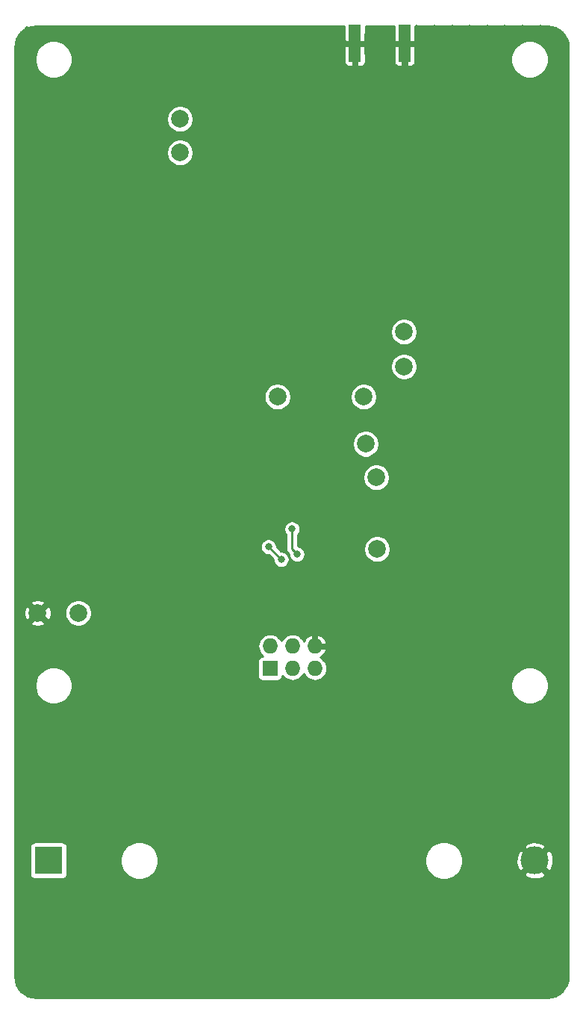
<source format=gbr>
G04 #@! TF.GenerationSoftware,KiCad,Pcbnew,5.1.4+dfsg1-2*
G04 #@! TF.CreationDate,2019-12-05T18:27:04+01:00*
G04 #@! TF.ProjectId,sensor_pcb,73656e73-6f72-45f7-9063-622e6b696361,1*
G04 #@! TF.SameCoordinates,Original*
G04 #@! TF.FileFunction,Copper,L2,Bot*
G04 #@! TF.FilePolarity,Positive*
%FSLAX46Y46*%
G04 Gerber Fmt 4.6, Leading zero omitted, Abs format (unit mm)*
G04 Created by KiCad (PCBNEW 5.1.4+dfsg1-2) date 2019-12-05 18:27:04*
%MOMM*%
%LPD*%
G04 APERTURE LIST*
%ADD10C,2.000000*%
%ADD11R,1.350000X4.200000*%
%ADD12O,1.727200X1.727200*%
%ADD13R,1.727200X1.727200*%
%ADD14C,3.170000*%
%ADD15R,3.170000X3.170000*%
%ADD16C,0.800000*%
%ADD17C,1.000000*%
%ADD18C,0.900000*%
%ADD19C,0.500000*%
%ADD20C,0.400000*%
%ADD21C,0.250000*%
%ADD22C,0.254000*%
G04 APERTURE END LIST*
D10*
X142783000Y-79463000D03*
X152562000Y-79463000D03*
X152800000Y-84800000D03*
X154000000Y-88600000D03*
X154086000Y-96735000D03*
X115600000Y-103974000D03*
X120200000Y-103974000D03*
X131734000Y-47967000D03*
X131734000Y-51777000D03*
X157134000Y-72097000D03*
X157134000Y-76034000D03*
D11*
X151565000Y-39400000D03*
X157215000Y-39400000D03*
D12*
X147037500Y-107720500D03*
X147037500Y-110260500D03*
X144497500Y-107720500D03*
X144497500Y-110260500D03*
X141957500Y-107720500D03*
D13*
X141957500Y-110260500D03*
D14*
X171985000Y-132041000D03*
D15*
X116815000Y-132041000D03*
D16*
X171993000Y-87337000D03*
X160944500Y-87336500D03*
X165896500Y-90384500D03*
X150784000Y-98005000D03*
X132623000Y-98830500D03*
X167988500Y-104930500D03*
X138973000Y-80606000D03*
X130591000Y-86829000D03*
X137576000Y-84161908D03*
X141259000Y-82892000D03*
X142402000Y-84035000D03*
D17*
X124600000Y-107127000D03*
X128432000Y-102577000D03*
X129294000Y-115631000D03*
D18*
X142310314Y-89496000D03*
X143481500Y-88404444D03*
X146466000Y-92544000D03*
D16*
X145330511Y-99021000D03*
X129575000Y-89622992D03*
D19*
X144400000Y-47700000D03*
X141900000Y-47700000D03*
X140600000Y-47700000D03*
X146900000Y-47700000D03*
X148200000Y-47700000D03*
X144400000Y-45700000D03*
X144400000Y-41700000D03*
X144400000Y-39700000D03*
X144400000Y-37700000D03*
X146400000Y-39700000D03*
X148400000Y-39700000D03*
X148400000Y-41700000D03*
X146400000Y-41700000D03*
X146400000Y-43700000D03*
X148400000Y-43700000D03*
X150400000Y-43700000D03*
X152400000Y-43700000D03*
X144400000Y-43700000D03*
X146400000Y-37700000D03*
X148400000Y-37700000D03*
X142400000Y-45700000D03*
X140400000Y-45700000D03*
X138400000Y-45700000D03*
X136400000Y-45700000D03*
X134400000Y-45700000D03*
X132400000Y-45700000D03*
X130400000Y-45700000D03*
X128400000Y-45700000D03*
X126400000Y-45700000D03*
X124400000Y-45700000D03*
X122400000Y-45700000D03*
X120400000Y-45700000D03*
X118400000Y-45700000D03*
X116400000Y-45700000D03*
X114400000Y-45700000D03*
X114400000Y-43700000D03*
X116400000Y-43700000D03*
X118400000Y-43700000D03*
X120400000Y-43700000D03*
X122400000Y-43700000D03*
X124400000Y-43700000D03*
X126400000Y-43700000D03*
X128400000Y-43700000D03*
X130400000Y-43700000D03*
X132400000Y-43700000D03*
X134400000Y-43700000D03*
X136400000Y-43700000D03*
X138400000Y-43700000D03*
X140400000Y-43700000D03*
X142400000Y-43700000D03*
X142400000Y-41700000D03*
X140400000Y-41700000D03*
X138400000Y-41700000D03*
X136400000Y-41700000D03*
X134400000Y-41700000D03*
X132400000Y-41700000D03*
X130400000Y-41700000D03*
X128400000Y-41700000D03*
X126400000Y-41700000D03*
X124400000Y-41700000D03*
X122400000Y-41700000D03*
X120400000Y-41700000D03*
X114400000Y-41700000D03*
X114400000Y-39700000D03*
X120400000Y-39700000D03*
X122400000Y-39700000D03*
X124400000Y-39700000D03*
X126400000Y-39700000D03*
X128400000Y-39700000D03*
X130400000Y-39700000D03*
X132400000Y-39700000D03*
X134400000Y-39700000D03*
X136400000Y-39700000D03*
X138400000Y-39700000D03*
X140400000Y-39700000D03*
X142400000Y-39700000D03*
X142400000Y-37700000D03*
X140400000Y-37700000D03*
X138400000Y-37700000D03*
X136400000Y-37700000D03*
X134400000Y-37700000D03*
X132400000Y-37700000D03*
X130400000Y-37700000D03*
X128400000Y-37700000D03*
X126400000Y-37700000D03*
X124400000Y-37700000D03*
X122400000Y-37700000D03*
X120400000Y-37700000D03*
X118400000Y-37700000D03*
X116400000Y-37700000D03*
X114400000Y-37700000D03*
X138400000Y-47700000D03*
X136400000Y-47700000D03*
X134400000Y-47700000D03*
X128400000Y-47700000D03*
X126400000Y-47700000D03*
X124400000Y-47700000D03*
X122400000Y-47700000D03*
X120400000Y-47700000D03*
X118400000Y-47700000D03*
X116400000Y-47700000D03*
X114400000Y-47700000D03*
X138400000Y-49100000D03*
X136400000Y-49100000D03*
X134400000Y-49100000D03*
X132400000Y-49700000D03*
X130400000Y-49700000D03*
X128400000Y-49700000D03*
X126400000Y-49700000D03*
X124400000Y-49700000D03*
X122400000Y-49700000D03*
X120400000Y-49700000D03*
X118400000Y-49700000D03*
X116400000Y-49700000D03*
X114400000Y-49700000D03*
X140600000Y-50800000D03*
X138400000Y-50800000D03*
X138400000Y-52800000D03*
X140600000Y-52800000D03*
X142600000Y-50800000D03*
X142600000Y-52800000D03*
X144600000Y-52800000D03*
X144600000Y-50800000D03*
X146600000Y-50800000D03*
X146600000Y-52800000D03*
X148600000Y-52800000D03*
X148600000Y-50800000D03*
X150600000Y-50800000D03*
X150600000Y-52800000D03*
X150600000Y-49100000D03*
X150600000Y-47100000D03*
X152600000Y-47100000D03*
X152600000Y-49100000D03*
X128400000Y-51700000D03*
X126400000Y-51700000D03*
X124400000Y-51700000D03*
X122400000Y-51700000D03*
X120400000Y-51700000D03*
X118400000Y-51700000D03*
X116400000Y-51700000D03*
X114400000Y-51700000D03*
X138400000Y-54800000D03*
X138400000Y-56800000D03*
X140600000Y-54800000D03*
X140600000Y-56800000D03*
X142600000Y-56800000D03*
X142600000Y-54800000D03*
X144600000Y-54800000D03*
X144600000Y-56800000D03*
X146600000Y-56800000D03*
X146600000Y-54800000D03*
X148600000Y-54800000D03*
X148600000Y-56800000D03*
X150600000Y-56800000D03*
X150600000Y-54800000D03*
X154600000Y-49100000D03*
X154600000Y-47100000D03*
X156600000Y-47100000D03*
X158600000Y-47100000D03*
X160600000Y-47100000D03*
X162600000Y-47100000D03*
X162600000Y-49100000D03*
X160600000Y-49100000D03*
X158600000Y-49100000D03*
X156600000Y-49100000D03*
X156600000Y-51100000D03*
X158600000Y-51100000D03*
X160600000Y-51100000D03*
X162600000Y-51100000D03*
X164600000Y-51100000D03*
X166600000Y-51100000D03*
X168600000Y-51100000D03*
X170600000Y-51100000D03*
X172600000Y-51100000D03*
X174600000Y-51100000D03*
X174600000Y-49100000D03*
X172600000Y-49100000D03*
X170600000Y-49100000D03*
X168600000Y-49100000D03*
X166600000Y-49100000D03*
X164600000Y-49100000D03*
X164600000Y-47100000D03*
X166600000Y-47100000D03*
X168600000Y-47100000D03*
X170600000Y-47100000D03*
X172600000Y-47100000D03*
X174600000Y-47100000D03*
X174600000Y-45100000D03*
X172600000Y-45100000D03*
X170600000Y-45100000D03*
X168600000Y-45100000D03*
X166600000Y-45100000D03*
X164600000Y-45100000D03*
X162600000Y-45100000D03*
X160600000Y-45100000D03*
X158600000Y-45100000D03*
X156600000Y-45100000D03*
X154800000Y-45100000D03*
X156600000Y-43100000D03*
X158600000Y-43100000D03*
X160600000Y-43100000D03*
X162600000Y-43100000D03*
X164600000Y-43100000D03*
X166600000Y-43100000D03*
X168600000Y-43100000D03*
X170600000Y-43400000D03*
X172600000Y-43100000D03*
X174600000Y-43100000D03*
X174600000Y-41100000D03*
X174600000Y-39100000D03*
X168600000Y-41100000D03*
X166600000Y-41100000D03*
X164600000Y-41100000D03*
X162600000Y-41100000D03*
X160600000Y-41100000D03*
X158600000Y-41100000D03*
X158600000Y-39100000D03*
X158600000Y-37500000D03*
X160600000Y-39100000D03*
X160600000Y-37500000D03*
X162600000Y-37500000D03*
X164600000Y-37500000D03*
X166600000Y-37500000D03*
X168600000Y-37500000D03*
X170600000Y-37500000D03*
X172600000Y-37500000D03*
X168600000Y-39100000D03*
X166600000Y-39100000D03*
X164600000Y-39100000D03*
X162600000Y-39100000D03*
X170600000Y-38900000D03*
X172600000Y-38900000D03*
X174600000Y-53100000D03*
X174600000Y-55100000D03*
X174600000Y-57100000D03*
X174600000Y-59100000D03*
X174600000Y-61100000D03*
X174600000Y-63100000D03*
X174600000Y-65100000D03*
X174600000Y-67100000D03*
X174600000Y-69100000D03*
X174600000Y-71100000D03*
X174600000Y-73100000D03*
X174600000Y-75100000D03*
X174600000Y-77100000D03*
X172600000Y-77100000D03*
X170600000Y-77100000D03*
X168600000Y-77100000D03*
X166600000Y-77100000D03*
X164600000Y-77100000D03*
X162600000Y-77100000D03*
X160600000Y-77100000D03*
X158600000Y-77100000D03*
X154600000Y-77100000D03*
X152600000Y-77100000D03*
X150600000Y-77100000D03*
X114400000Y-53700000D03*
X114400000Y-55700000D03*
X114400000Y-57700000D03*
X114400000Y-59700000D03*
X114400000Y-61700000D03*
X114400000Y-63700000D03*
X114400000Y-65700000D03*
X114400000Y-67700000D03*
X114400000Y-69700000D03*
X114400000Y-71700000D03*
X114400000Y-73700000D03*
X114400000Y-75700000D03*
X145300000Y-77100000D03*
X141300000Y-77100000D03*
X143300000Y-77100000D03*
X139200000Y-77100000D03*
X137200000Y-77100000D03*
X135200000Y-77100000D03*
X133200000Y-77100000D03*
X130400000Y-77100000D03*
X128400000Y-77100000D03*
X126400000Y-77100000D03*
X124400000Y-77100000D03*
X122400000Y-77100000D03*
X120400000Y-77100000D03*
X118400000Y-77100000D03*
X116400000Y-77100000D03*
X114400000Y-77100000D03*
D16*
X144434000Y-94449000D03*
X145005500Y-97306500D03*
X141767000Y-96481000D03*
X143208155Y-97893111D03*
D20*
X145005500Y-97306500D02*
X145068980Y-97369980D01*
D21*
X144434000Y-96735000D02*
X145005500Y-97306500D01*
X144434000Y-94449000D02*
X144434000Y-96735000D01*
X143179111Y-97893111D02*
X143208155Y-97893111D01*
X141767000Y-96481000D02*
X143179111Y-97893111D01*
D22*
G36*
X150363000Y-39045250D02*
G01*
X150494750Y-39177000D01*
X151342000Y-39177000D01*
X151342000Y-39157000D01*
X151788000Y-39157000D01*
X151788000Y-39177000D01*
X152635250Y-39177000D01*
X152767000Y-39045250D01*
X152769364Y-37427000D01*
X156010636Y-37427000D01*
X156013000Y-39045250D01*
X156144750Y-39177000D01*
X156992000Y-39177000D01*
X156992000Y-39157000D01*
X157438000Y-39157000D01*
X157438000Y-39177000D01*
X158285250Y-39177000D01*
X158417000Y-39045250D01*
X158419364Y-37427000D01*
X173369330Y-37427000D01*
X173860333Y-37475143D01*
X174303135Y-37608832D01*
X174711535Y-37825983D01*
X175069977Y-38118320D01*
X175364814Y-38474717D01*
X175584810Y-38881592D01*
X175721587Y-39323447D01*
X175773001Y-39812617D01*
X175773000Y-145169330D01*
X175724856Y-145660339D01*
X175591168Y-146103135D01*
X175374020Y-146511532D01*
X175081678Y-146869978D01*
X174725283Y-147164814D01*
X174318407Y-147384810D01*
X173876554Y-147521587D01*
X173387392Y-147573000D01*
X115430670Y-147573000D01*
X114939661Y-147524856D01*
X114496865Y-147391168D01*
X114088468Y-147174020D01*
X113730022Y-146881678D01*
X113435186Y-146525283D01*
X113215190Y-146118407D01*
X113078413Y-145676554D01*
X113027000Y-145187392D01*
X113027000Y-130456000D01*
X114700451Y-130456000D01*
X114700451Y-133626000D01*
X114710626Y-133729310D01*
X114740761Y-133828650D01*
X114789696Y-133920202D01*
X114855552Y-134000448D01*
X114935798Y-134066304D01*
X115027350Y-134115239D01*
X115126690Y-134145374D01*
X115230000Y-134155549D01*
X118400000Y-134155549D01*
X118503310Y-134145374D01*
X118602650Y-134115239D01*
X118694202Y-134066304D01*
X118774448Y-134000448D01*
X118840304Y-133920202D01*
X118889239Y-133828650D01*
X118919374Y-133729310D01*
X118929549Y-133626000D01*
X118929549Y-131826584D01*
X124953000Y-131826584D01*
X124953000Y-132255416D01*
X125036660Y-132676008D01*
X125200767Y-133072196D01*
X125439013Y-133428757D01*
X125742243Y-133731987D01*
X126098804Y-133970233D01*
X126494992Y-134134340D01*
X126915584Y-134218000D01*
X127344416Y-134218000D01*
X127765008Y-134134340D01*
X128161196Y-133970233D01*
X128517757Y-133731987D01*
X128820987Y-133428757D01*
X129059233Y-133072196D01*
X129223340Y-132676008D01*
X129307000Y-132255416D01*
X129307000Y-131826584D01*
X159493000Y-131826584D01*
X159493000Y-132255416D01*
X159576660Y-132676008D01*
X159740767Y-133072196D01*
X159979013Y-133428757D01*
X160282243Y-133731987D01*
X160638804Y-133970233D01*
X161034992Y-134134340D01*
X161455584Y-134218000D01*
X161884416Y-134218000D01*
X162305008Y-134134340D01*
X162701196Y-133970233D01*
X163057757Y-133731987D01*
X163192446Y-133597298D01*
X170744071Y-133597298D01*
X170924908Y-133879483D01*
X171303947Y-134050971D01*
X171709159Y-134145217D01*
X172124971Y-134158599D01*
X172535405Y-134090603D01*
X172924687Y-133943841D01*
X173045092Y-133879483D01*
X173225929Y-133597298D01*
X171985000Y-132356370D01*
X170744071Y-133597298D01*
X163192446Y-133597298D01*
X163360987Y-133428757D01*
X163599233Y-133072196D01*
X163763340Y-132676008D01*
X163847000Y-132255416D01*
X163847000Y-132180971D01*
X169867401Y-132180971D01*
X169935397Y-132591405D01*
X170082159Y-132980687D01*
X170146517Y-133101092D01*
X170428702Y-133281929D01*
X171669630Y-132041000D01*
X172300370Y-132041000D01*
X173541298Y-133281929D01*
X173823483Y-133101092D01*
X173994971Y-132722053D01*
X174089217Y-132316841D01*
X174102599Y-131901029D01*
X174034603Y-131490595D01*
X173887841Y-131101313D01*
X173823483Y-130980908D01*
X173541298Y-130800071D01*
X172300370Y-132041000D01*
X171669630Y-132041000D01*
X170428702Y-130800071D01*
X170146517Y-130980908D01*
X169975029Y-131359947D01*
X169880783Y-131765159D01*
X169867401Y-132180971D01*
X163847000Y-132180971D01*
X163847000Y-131826584D01*
X163763340Y-131405992D01*
X163599233Y-131009804D01*
X163360987Y-130653243D01*
X163192446Y-130484702D01*
X170744071Y-130484702D01*
X171985000Y-131725630D01*
X173225929Y-130484702D01*
X173045092Y-130202517D01*
X172666053Y-130031029D01*
X172260841Y-129936783D01*
X171845029Y-129923401D01*
X171434595Y-129991397D01*
X171045313Y-130138159D01*
X170924908Y-130202517D01*
X170744071Y-130484702D01*
X163192446Y-130484702D01*
X163057757Y-130350013D01*
X162701196Y-130111767D01*
X162305008Y-129947660D01*
X161884416Y-129864000D01*
X161455584Y-129864000D01*
X161034992Y-129947660D01*
X160638804Y-130111767D01*
X160282243Y-130350013D01*
X159979013Y-130653243D01*
X159740767Y-131009804D01*
X159576660Y-131405992D01*
X159493000Y-131826584D01*
X129307000Y-131826584D01*
X129223340Y-131405992D01*
X129059233Y-131009804D01*
X128820987Y-130653243D01*
X128517757Y-130350013D01*
X128161196Y-130111767D01*
X127765008Y-129947660D01*
X127344416Y-129864000D01*
X126915584Y-129864000D01*
X126494992Y-129947660D01*
X126098804Y-130111767D01*
X125742243Y-130350013D01*
X125439013Y-130653243D01*
X125200767Y-131009804D01*
X125036660Y-131405992D01*
X124953000Y-131826584D01*
X118929549Y-131826584D01*
X118929549Y-130456000D01*
X118919374Y-130352690D01*
X118889239Y-130253350D01*
X118840304Y-130161798D01*
X118774448Y-130081552D01*
X118694202Y-130015696D01*
X118602650Y-129966761D01*
X118503310Y-129936626D01*
X118400000Y-129926451D01*
X115230000Y-129926451D01*
X115126690Y-129936626D01*
X115027350Y-129966761D01*
X114935798Y-130015696D01*
X114855552Y-130081552D01*
X114789696Y-130161798D01*
X114740761Y-130253350D01*
X114710626Y-130352690D01*
X114700451Y-130456000D01*
X113027000Y-130456000D01*
X113027000Y-111990509D01*
X115273000Y-111990509D01*
X115273000Y-112409491D01*
X115354739Y-112820423D01*
X115515077Y-113207512D01*
X115747851Y-113555884D01*
X116044116Y-113852149D01*
X116392488Y-114084923D01*
X116779577Y-114245261D01*
X117190509Y-114327000D01*
X117609491Y-114327000D01*
X118020423Y-114245261D01*
X118407512Y-114084923D01*
X118755884Y-113852149D01*
X119052149Y-113555884D01*
X119284923Y-113207512D01*
X119445261Y-112820423D01*
X119527000Y-112409491D01*
X119527000Y-111990509D01*
X169273000Y-111990509D01*
X169273000Y-112409491D01*
X169354739Y-112820423D01*
X169515077Y-113207512D01*
X169747851Y-113555884D01*
X170044116Y-113852149D01*
X170392488Y-114084923D01*
X170779577Y-114245261D01*
X171190509Y-114327000D01*
X171609491Y-114327000D01*
X172020423Y-114245261D01*
X172407512Y-114084923D01*
X172755884Y-113852149D01*
X173052149Y-113555884D01*
X173284923Y-113207512D01*
X173445261Y-112820423D01*
X173527000Y-112409491D01*
X173527000Y-111990509D01*
X173445261Y-111579577D01*
X173284923Y-111192488D01*
X173052149Y-110844116D01*
X172755884Y-110547851D01*
X172407512Y-110315077D01*
X172020423Y-110154739D01*
X171609491Y-110073000D01*
X171190509Y-110073000D01*
X170779577Y-110154739D01*
X170392488Y-110315077D01*
X170044116Y-110547851D01*
X169747851Y-110844116D01*
X169515077Y-111192488D01*
X169354739Y-111579577D01*
X169273000Y-111990509D01*
X119527000Y-111990509D01*
X119445261Y-111579577D01*
X119284923Y-111192488D01*
X119052149Y-110844116D01*
X118755884Y-110547851D01*
X118407512Y-110315077D01*
X118020423Y-110154739D01*
X117609491Y-110073000D01*
X117190509Y-110073000D01*
X116779577Y-110154739D01*
X116392488Y-110315077D01*
X116044116Y-110547851D01*
X115747851Y-110844116D01*
X115515077Y-111192488D01*
X115354739Y-111579577D01*
X115273000Y-111990509D01*
X113027000Y-111990509D01*
X113027000Y-107720500D01*
X140560172Y-107720500D01*
X140587021Y-107993105D01*
X140666537Y-108255234D01*
X140795664Y-108496814D01*
X140969440Y-108708560D01*
X141162927Y-108867351D01*
X141093900Y-108867351D01*
X140990590Y-108877526D01*
X140891250Y-108907661D01*
X140799698Y-108956596D01*
X140719452Y-109022452D01*
X140653596Y-109102698D01*
X140604661Y-109194250D01*
X140574526Y-109293590D01*
X140564351Y-109396900D01*
X140564351Y-111124100D01*
X140574526Y-111227410D01*
X140604661Y-111326750D01*
X140653596Y-111418302D01*
X140719452Y-111498548D01*
X140799698Y-111564404D01*
X140891250Y-111613339D01*
X140990590Y-111643474D01*
X141093900Y-111653649D01*
X142821100Y-111653649D01*
X142924410Y-111643474D01*
X143023750Y-111613339D01*
X143115302Y-111564404D01*
X143195548Y-111498548D01*
X143261404Y-111418302D01*
X143310339Y-111326750D01*
X143340474Y-111227410D01*
X143350649Y-111124100D01*
X143350649Y-111055073D01*
X143509440Y-111248560D01*
X143721186Y-111422336D01*
X143962766Y-111551463D01*
X144224895Y-111630979D01*
X144429189Y-111651100D01*
X144565811Y-111651100D01*
X144770105Y-111630979D01*
X145032234Y-111551463D01*
X145273814Y-111422336D01*
X145485560Y-111248560D01*
X145659336Y-111036814D01*
X145767500Y-110834453D01*
X145875664Y-111036814D01*
X146049440Y-111248560D01*
X146261186Y-111422336D01*
X146502766Y-111551463D01*
X146764895Y-111630979D01*
X146969189Y-111651100D01*
X147105811Y-111651100D01*
X147310105Y-111630979D01*
X147572234Y-111551463D01*
X147813814Y-111422336D01*
X148025560Y-111248560D01*
X148199336Y-111036814D01*
X148328463Y-110795234D01*
X148407979Y-110533105D01*
X148434828Y-110260500D01*
X148407979Y-109987895D01*
X148328463Y-109725766D01*
X148199336Y-109484186D01*
X148025560Y-109272440D01*
X147813814Y-109098664D01*
X147604349Y-108986703D01*
X147663890Y-108962043D01*
X147894067Y-108815984D01*
X148091327Y-108627827D01*
X148248089Y-108404801D01*
X148358328Y-108155478D01*
X148278362Y-107943500D01*
X147260500Y-107943500D01*
X147260500Y-107963500D01*
X146814500Y-107963500D01*
X146814500Y-107943500D01*
X146794500Y-107943500D01*
X146794500Y-107497500D01*
X146814500Y-107497500D01*
X146814500Y-106481559D01*
X147260500Y-106481559D01*
X147260500Y-107497500D01*
X148278362Y-107497500D01*
X148358328Y-107285522D01*
X148248089Y-107036199D01*
X148091327Y-106813173D01*
X147894067Y-106625016D01*
X147663890Y-106478957D01*
X147472477Y-106399681D01*
X147260500Y-106481559D01*
X146814500Y-106481559D01*
X146602523Y-106399681D01*
X146411110Y-106478957D01*
X146180933Y-106625016D01*
X145983673Y-106813173D01*
X145826911Y-107036199D01*
X145773312Y-107157421D01*
X145659336Y-106944186D01*
X145485560Y-106732440D01*
X145273814Y-106558664D01*
X145032234Y-106429537D01*
X144770105Y-106350021D01*
X144565811Y-106329900D01*
X144429189Y-106329900D01*
X144224895Y-106350021D01*
X143962766Y-106429537D01*
X143721186Y-106558664D01*
X143509440Y-106732440D01*
X143335664Y-106944186D01*
X143227500Y-107146547D01*
X143119336Y-106944186D01*
X142945560Y-106732440D01*
X142733814Y-106558664D01*
X142492234Y-106429537D01*
X142230105Y-106350021D01*
X142025811Y-106329900D01*
X141889189Y-106329900D01*
X141684895Y-106350021D01*
X141422766Y-106429537D01*
X141181186Y-106558664D01*
X140969440Y-106732440D01*
X140795664Y-106944186D01*
X140666537Y-107185766D01*
X140587021Y-107447895D01*
X140560172Y-107720500D01*
X113027000Y-107720500D01*
X113027000Y-105110886D01*
X114778484Y-105110886D01*
X114888095Y-105333243D01*
X115166949Y-105446012D01*
X115462445Y-105502212D01*
X115763227Y-105499683D01*
X116057736Y-105438524D01*
X116311905Y-105333243D01*
X116421516Y-105110886D01*
X115600000Y-104289370D01*
X114778484Y-105110886D01*
X113027000Y-105110886D01*
X113027000Y-103836445D01*
X114071788Y-103836445D01*
X114074317Y-104137227D01*
X114135476Y-104431736D01*
X114240757Y-104685905D01*
X114463114Y-104795516D01*
X115284630Y-103974000D01*
X115915370Y-103974000D01*
X116736886Y-104795516D01*
X116959243Y-104685905D01*
X117072012Y-104407051D01*
X117128212Y-104111555D01*
X117125791Y-103823604D01*
X118673000Y-103823604D01*
X118673000Y-104124396D01*
X118731681Y-104419410D01*
X118846790Y-104697306D01*
X119013901Y-104947406D01*
X119226594Y-105160099D01*
X119476694Y-105327210D01*
X119754590Y-105442319D01*
X120049604Y-105501000D01*
X120350396Y-105501000D01*
X120645410Y-105442319D01*
X120923306Y-105327210D01*
X121173406Y-105160099D01*
X121386099Y-104947406D01*
X121553210Y-104697306D01*
X121668319Y-104419410D01*
X121727000Y-104124396D01*
X121727000Y-103823604D01*
X121668319Y-103528590D01*
X121553210Y-103250694D01*
X121386099Y-103000594D01*
X121173406Y-102787901D01*
X120923306Y-102620790D01*
X120645410Y-102505681D01*
X120350396Y-102447000D01*
X120049604Y-102447000D01*
X119754590Y-102505681D01*
X119476694Y-102620790D01*
X119226594Y-102787901D01*
X119013901Y-103000594D01*
X118846790Y-103250694D01*
X118731681Y-103528590D01*
X118673000Y-103823604D01*
X117125791Y-103823604D01*
X117125683Y-103810773D01*
X117064524Y-103516264D01*
X116959243Y-103262095D01*
X116736886Y-103152484D01*
X115915370Y-103974000D01*
X115284630Y-103974000D01*
X114463114Y-103152484D01*
X114240757Y-103262095D01*
X114127988Y-103540949D01*
X114071788Y-103836445D01*
X113027000Y-103836445D01*
X113027000Y-102837114D01*
X114778484Y-102837114D01*
X115600000Y-103658630D01*
X116421516Y-102837114D01*
X116311905Y-102614757D01*
X116033051Y-102501988D01*
X115737555Y-102445788D01*
X115436773Y-102448317D01*
X115142264Y-102509476D01*
X114888095Y-102614757D01*
X114778484Y-102837114D01*
X113027000Y-102837114D01*
X113027000Y-96389699D01*
X140840000Y-96389699D01*
X140840000Y-96572301D01*
X140875624Y-96751396D01*
X140945504Y-96920099D01*
X141046952Y-97071928D01*
X141176072Y-97201048D01*
X141327901Y-97302496D01*
X141496604Y-97372376D01*
X141675699Y-97408000D01*
X141771934Y-97408000D01*
X142281155Y-97917222D01*
X142281155Y-97984412D01*
X142316779Y-98163507D01*
X142386659Y-98332210D01*
X142488107Y-98484039D01*
X142617227Y-98613159D01*
X142769056Y-98714607D01*
X142937759Y-98784487D01*
X143116854Y-98820111D01*
X143299456Y-98820111D01*
X143478551Y-98784487D01*
X143647254Y-98714607D01*
X143799083Y-98613159D01*
X143928203Y-98484039D01*
X144029651Y-98332210D01*
X144099531Y-98163507D01*
X144135155Y-97984412D01*
X144135155Y-97801810D01*
X144099531Y-97622715D01*
X144029651Y-97454012D01*
X143928203Y-97302183D01*
X143799083Y-97173063D01*
X143647254Y-97071615D01*
X143478551Y-97001735D01*
X143299456Y-96966111D01*
X143174178Y-96966111D01*
X142694000Y-96485934D01*
X142694000Y-96389699D01*
X142658376Y-96210604D01*
X142588496Y-96041901D01*
X142487048Y-95890072D01*
X142357928Y-95760952D01*
X142206099Y-95659504D01*
X142037396Y-95589624D01*
X141858301Y-95554000D01*
X141675699Y-95554000D01*
X141496604Y-95589624D01*
X141327901Y-95659504D01*
X141176072Y-95760952D01*
X141046952Y-95890072D01*
X140945504Y-96041901D01*
X140875624Y-96210604D01*
X140840000Y-96389699D01*
X113027000Y-96389699D01*
X113027000Y-94357699D01*
X143507000Y-94357699D01*
X143507000Y-94540301D01*
X143542624Y-94719396D01*
X143612504Y-94888099D01*
X143713952Y-95039928D01*
X143782000Y-95107976D01*
X143782001Y-96702968D01*
X143778846Y-96735000D01*
X143791435Y-96862814D01*
X143828717Y-96985716D01*
X143850754Y-97026944D01*
X143889260Y-97098984D01*
X143970737Y-97198264D01*
X143995614Y-97218680D01*
X144078500Y-97301566D01*
X144078500Y-97397801D01*
X144114124Y-97576896D01*
X144184004Y-97745599D01*
X144285452Y-97897428D01*
X144414572Y-98026548D01*
X144566401Y-98127996D01*
X144735104Y-98197876D01*
X144914199Y-98233500D01*
X145096801Y-98233500D01*
X145275896Y-98197876D01*
X145444599Y-98127996D01*
X145596428Y-98026548D01*
X145725548Y-97897428D01*
X145826996Y-97745599D01*
X145896876Y-97576896D01*
X145932500Y-97397801D01*
X145932500Y-97215199D01*
X145896876Y-97036104D01*
X145826996Y-96867401D01*
X145725548Y-96715572D01*
X145596428Y-96586452D01*
X145593663Y-96584604D01*
X152559000Y-96584604D01*
X152559000Y-96885396D01*
X152617681Y-97180410D01*
X152732790Y-97458306D01*
X152899901Y-97708406D01*
X153112594Y-97921099D01*
X153362694Y-98088210D01*
X153640590Y-98203319D01*
X153935604Y-98262000D01*
X154236396Y-98262000D01*
X154531410Y-98203319D01*
X154809306Y-98088210D01*
X155059406Y-97921099D01*
X155272099Y-97708406D01*
X155439210Y-97458306D01*
X155554319Y-97180410D01*
X155613000Y-96885396D01*
X155613000Y-96584604D01*
X155554319Y-96289590D01*
X155439210Y-96011694D01*
X155272099Y-95761594D01*
X155059406Y-95548901D01*
X154809306Y-95381790D01*
X154531410Y-95266681D01*
X154236396Y-95208000D01*
X153935604Y-95208000D01*
X153640590Y-95266681D01*
X153362694Y-95381790D01*
X153112594Y-95548901D01*
X152899901Y-95761594D01*
X152732790Y-96011694D01*
X152617681Y-96289590D01*
X152559000Y-96584604D01*
X145593663Y-96584604D01*
X145444599Y-96485004D01*
X145275896Y-96415124D01*
X145096801Y-96379500D01*
X145086000Y-96379500D01*
X145086000Y-95107976D01*
X145154048Y-95039928D01*
X145255496Y-94888099D01*
X145325376Y-94719396D01*
X145361000Y-94540301D01*
X145361000Y-94357699D01*
X145325376Y-94178604D01*
X145255496Y-94009901D01*
X145154048Y-93858072D01*
X145024928Y-93728952D01*
X144873099Y-93627504D01*
X144704396Y-93557624D01*
X144525301Y-93522000D01*
X144342699Y-93522000D01*
X144163604Y-93557624D01*
X143994901Y-93627504D01*
X143843072Y-93728952D01*
X143713952Y-93858072D01*
X143612504Y-94009901D01*
X143542624Y-94178604D01*
X143507000Y-94357699D01*
X113027000Y-94357699D01*
X113027000Y-88449604D01*
X152473000Y-88449604D01*
X152473000Y-88750396D01*
X152531681Y-89045410D01*
X152646790Y-89323306D01*
X152813901Y-89573406D01*
X153026594Y-89786099D01*
X153276694Y-89953210D01*
X153554590Y-90068319D01*
X153849604Y-90127000D01*
X154150396Y-90127000D01*
X154445410Y-90068319D01*
X154723306Y-89953210D01*
X154973406Y-89786099D01*
X155186099Y-89573406D01*
X155353210Y-89323306D01*
X155468319Y-89045410D01*
X155527000Y-88750396D01*
X155527000Y-88449604D01*
X155468319Y-88154590D01*
X155353210Y-87876694D01*
X155186099Y-87626594D01*
X154973406Y-87413901D01*
X154723306Y-87246790D01*
X154445410Y-87131681D01*
X154150396Y-87073000D01*
X153849604Y-87073000D01*
X153554590Y-87131681D01*
X153276694Y-87246790D01*
X153026594Y-87413901D01*
X152813901Y-87626594D01*
X152646790Y-87876694D01*
X152531681Y-88154590D01*
X152473000Y-88449604D01*
X113027000Y-88449604D01*
X113027000Y-84649604D01*
X151273000Y-84649604D01*
X151273000Y-84950396D01*
X151331681Y-85245410D01*
X151446790Y-85523306D01*
X151613901Y-85773406D01*
X151826594Y-85986099D01*
X152076694Y-86153210D01*
X152354590Y-86268319D01*
X152649604Y-86327000D01*
X152950396Y-86327000D01*
X153245410Y-86268319D01*
X153523306Y-86153210D01*
X153773406Y-85986099D01*
X153986099Y-85773406D01*
X154153210Y-85523306D01*
X154268319Y-85245410D01*
X154327000Y-84950396D01*
X154327000Y-84649604D01*
X154268319Y-84354590D01*
X154153210Y-84076694D01*
X153986099Y-83826594D01*
X153773406Y-83613901D01*
X153523306Y-83446790D01*
X153245410Y-83331681D01*
X152950396Y-83273000D01*
X152649604Y-83273000D01*
X152354590Y-83331681D01*
X152076694Y-83446790D01*
X151826594Y-83613901D01*
X151613901Y-83826594D01*
X151446790Y-84076694D01*
X151331681Y-84354590D01*
X151273000Y-84649604D01*
X113027000Y-84649604D01*
X113027000Y-79312604D01*
X141256000Y-79312604D01*
X141256000Y-79613396D01*
X141314681Y-79908410D01*
X141429790Y-80186306D01*
X141596901Y-80436406D01*
X141809594Y-80649099D01*
X142059694Y-80816210D01*
X142337590Y-80931319D01*
X142632604Y-80990000D01*
X142933396Y-80990000D01*
X143228410Y-80931319D01*
X143506306Y-80816210D01*
X143756406Y-80649099D01*
X143969099Y-80436406D01*
X144136210Y-80186306D01*
X144251319Y-79908410D01*
X144310000Y-79613396D01*
X144310000Y-79312604D01*
X151035000Y-79312604D01*
X151035000Y-79613396D01*
X151093681Y-79908410D01*
X151208790Y-80186306D01*
X151375901Y-80436406D01*
X151588594Y-80649099D01*
X151838694Y-80816210D01*
X152116590Y-80931319D01*
X152411604Y-80990000D01*
X152712396Y-80990000D01*
X153007410Y-80931319D01*
X153285306Y-80816210D01*
X153535406Y-80649099D01*
X153748099Y-80436406D01*
X153915210Y-80186306D01*
X154030319Y-79908410D01*
X154089000Y-79613396D01*
X154089000Y-79312604D01*
X154030319Y-79017590D01*
X153915210Y-78739694D01*
X153748099Y-78489594D01*
X153535406Y-78276901D01*
X153285306Y-78109790D01*
X153007410Y-77994681D01*
X152712396Y-77936000D01*
X152411604Y-77936000D01*
X152116590Y-77994681D01*
X151838694Y-78109790D01*
X151588594Y-78276901D01*
X151375901Y-78489594D01*
X151208790Y-78739694D01*
X151093681Y-79017590D01*
X151035000Y-79312604D01*
X144310000Y-79312604D01*
X144251319Y-79017590D01*
X144136210Y-78739694D01*
X143969099Y-78489594D01*
X143756406Y-78276901D01*
X143506306Y-78109790D01*
X143228410Y-77994681D01*
X142933396Y-77936000D01*
X142632604Y-77936000D01*
X142337590Y-77994681D01*
X142059694Y-78109790D01*
X141809594Y-78276901D01*
X141596901Y-78489594D01*
X141429790Y-78739694D01*
X141314681Y-79017590D01*
X141256000Y-79312604D01*
X113027000Y-79312604D01*
X113027000Y-75883604D01*
X155607000Y-75883604D01*
X155607000Y-76184396D01*
X155665681Y-76479410D01*
X155780790Y-76757306D01*
X155947901Y-77007406D01*
X156160594Y-77220099D01*
X156410694Y-77387210D01*
X156688590Y-77502319D01*
X156983604Y-77561000D01*
X157284396Y-77561000D01*
X157579410Y-77502319D01*
X157857306Y-77387210D01*
X158107406Y-77220099D01*
X158320099Y-77007406D01*
X158487210Y-76757306D01*
X158602319Y-76479410D01*
X158661000Y-76184396D01*
X158661000Y-75883604D01*
X158602319Y-75588590D01*
X158487210Y-75310694D01*
X158320099Y-75060594D01*
X158107406Y-74847901D01*
X157857306Y-74680790D01*
X157579410Y-74565681D01*
X157284396Y-74507000D01*
X156983604Y-74507000D01*
X156688590Y-74565681D01*
X156410694Y-74680790D01*
X156160594Y-74847901D01*
X155947901Y-75060594D01*
X155780790Y-75310694D01*
X155665681Y-75588590D01*
X155607000Y-75883604D01*
X113027000Y-75883604D01*
X113027000Y-71946604D01*
X155607000Y-71946604D01*
X155607000Y-72247396D01*
X155665681Y-72542410D01*
X155780790Y-72820306D01*
X155947901Y-73070406D01*
X156160594Y-73283099D01*
X156410694Y-73450210D01*
X156688590Y-73565319D01*
X156983604Y-73624000D01*
X157284396Y-73624000D01*
X157579410Y-73565319D01*
X157857306Y-73450210D01*
X158107406Y-73283099D01*
X158320099Y-73070406D01*
X158487210Y-72820306D01*
X158602319Y-72542410D01*
X158661000Y-72247396D01*
X158661000Y-71946604D01*
X158602319Y-71651590D01*
X158487210Y-71373694D01*
X158320099Y-71123594D01*
X158107406Y-70910901D01*
X157857306Y-70743790D01*
X157579410Y-70628681D01*
X157284396Y-70570000D01*
X156983604Y-70570000D01*
X156688590Y-70628681D01*
X156410694Y-70743790D01*
X156160594Y-70910901D01*
X155947901Y-71123594D01*
X155780790Y-71373694D01*
X155665681Y-71651590D01*
X155607000Y-71946604D01*
X113027000Y-71946604D01*
X113027000Y-51626604D01*
X130207000Y-51626604D01*
X130207000Y-51927396D01*
X130265681Y-52222410D01*
X130380790Y-52500306D01*
X130547901Y-52750406D01*
X130760594Y-52963099D01*
X131010694Y-53130210D01*
X131288590Y-53245319D01*
X131583604Y-53304000D01*
X131884396Y-53304000D01*
X132179410Y-53245319D01*
X132457306Y-53130210D01*
X132707406Y-52963099D01*
X132920099Y-52750406D01*
X133087210Y-52500306D01*
X133202319Y-52222410D01*
X133261000Y-51927396D01*
X133261000Y-51626604D01*
X133202319Y-51331590D01*
X133087210Y-51053694D01*
X132920099Y-50803594D01*
X132707406Y-50590901D01*
X132457306Y-50423790D01*
X132179410Y-50308681D01*
X131884396Y-50250000D01*
X131583604Y-50250000D01*
X131288590Y-50308681D01*
X131010694Y-50423790D01*
X130760594Y-50590901D01*
X130547901Y-50803594D01*
X130380790Y-51053694D01*
X130265681Y-51331590D01*
X130207000Y-51626604D01*
X113027000Y-51626604D01*
X113027000Y-47816604D01*
X130207000Y-47816604D01*
X130207000Y-48117396D01*
X130265681Y-48412410D01*
X130380790Y-48690306D01*
X130547901Y-48940406D01*
X130760594Y-49153099D01*
X131010694Y-49320210D01*
X131288590Y-49435319D01*
X131583604Y-49494000D01*
X131884396Y-49494000D01*
X132179410Y-49435319D01*
X132457306Y-49320210D01*
X132707406Y-49153099D01*
X132920099Y-48940406D01*
X133087210Y-48690306D01*
X133202319Y-48412410D01*
X133261000Y-48117396D01*
X133261000Y-47816604D01*
X133202319Y-47521590D01*
X133087210Y-47243694D01*
X132920099Y-46993594D01*
X132707406Y-46780901D01*
X132457306Y-46613790D01*
X132179410Y-46498681D01*
X131884396Y-46440000D01*
X131583604Y-46440000D01*
X131288590Y-46498681D01*
X131010694Y-46613790D01*
X130760594Y-46780901D01*
X130547901Y-46993594D01*
X130380790Y-47243694D01*
X130265681Y-47521590D01*
X130207000Y-47816604D01*
X113027000Y-47816604D01*
X113027000Y-40990509D01*
X115273000Y-40990509D01*
X115273000Y-41409491D01*
X115354739Y-41820423D01*
X115515077Y-42207512D01*
X115747851Y-42555884D01*
X116044116Y-42852149D01*
X116392488Y-43084923D01*
X116779577Y-43245261D01*
X117190509Y-43327000D01*
X117609491Y-43327000D01*
X118020423Y-43245261D01*
X118407512Y-43084923D01*
X118755884Y-42852149D01*
X119052149Y-42555884D01*
X119284923Y-42207512D01*
X119445261Y-41820423D01*
X119508996Y-41500000D01*
X150360450Y-41500000D01*
X150370625Y-41603310D01*
X150400760Y-41702650D01*
X150449695Y-41794202D01*
X150515552Y-41874448D01*
X150595798Y-41940305D01*
X150687350Y-41989240D01*
X150786690Y-42019375D01*
X150890000Y-42029550D01*
X151210250Y-42027000D01*
X151342000Y-41895250D01*
X151342000Y-39623000D01*
X151788000Y-39623000D01*
X151788000Y-41895250D01*
X151919750Y-42027000D01*
X152240000Y-42029550D01*
X152343310Y-42019375D01*
X152442650Y-41989240D01*
X152534202Y-41940305D01*
X152614448Y-41874448D01*
X152680305Y-41794202D01*
X152729240Y-41702650D01*
X152759375Y-41603310D01*
X152769550Y-41500000D01*
X156010450Y-41500000D01*
X156020625Y-41603310D01*
X156050760Y-41702650D01*
X156099695Y-41794202D01*
X156165552Y-41874448D01*
X156245798Y-41940305D01*
X156337350Y-41989240D01*
X156436690Y-42019375D01*
X156540000Y-42029550D01*
X156860250Y-42027000D01*
X156992000Y-41895250D01*
X156992000Y-39623000D01*
X157438000Y-39623000D01*
X157438000Y-41895250D01*
X157569750Y-42027000D01*
X157890000Y-42029550D01*
X157993310Y-42019375D01*
X158092650Y-41989240D01*
X158184202Y-41940305D01*
X158264448Y-41874448D01*
X158330305Y-41794202D01*
X158379240Y-41702650D01*
X158409375Y-41603310D01*
X158419550Y-41500000D01*
X158418806Y-40990509D01*
X169273000Y-40990509D01*
X169273000Y-41409491D01*
X169354739Y-41820423D01*
X169515077Y-42207512D01*
X169747851Y-42555884D01*
X170044116Y-42852149D01*
X170392488Y-43084923D01*
X170779577Y-43245261D01*
X171190509Y-43327000D01*
X171609491Y-43327000D01*
X172020423Y-43245261D01*
X172407512Y-43084923D01*
X172755884Y-42852149D01*
X173052149Y-42555884D01*
X173284923Y-42207512D01*
X173445261Y-41820423D01*
X173527000Y-41409491D01*
X173527000Y-40990509D01*
X173445261Y-40579577D01*
X173284923Y-40192488D01*
X173052149Y-39844116D01*
X172755884Y-39547851D01*
X172407512Y-39315077D01*
X172020423Y-39154739D01*
X171609491Y-39073000D01*
X171190509Y-39073000D01*
X170779577Y-39154739D01*
X170392488Y-39315077D01*
X170044116Y-39547851D01*
X169747851Y-39844116D01*
X169515077Y-40192488D01*
X169354739Y-40579577D01*
X169273000Y-40990509D01*
X158418806Y-40990509D01*
X158417000Y-39754750D01*
X158285250Y-39623000D01*
X157438000Y-39623000D01*
X156992000Y-39623000D01*
X156144750Y-39623000D01*
X156013000Y-39754750D01*
X156010450Y-41500000D01*
X152769550Y-41500000D01*
X152767000Y-39754750D01*
X152635250Y-39623000D01*
X151788000Y-39623000D01*
X151342000Y-39623000D01*
X150494750Y-39623000D01*
X150363000Y-39754750D01*
X150360450Y-41500000D01*
X119508996Y-41500000D01*
X119527000Y-41409491D01*
X119527000Y-40990509D01*
X119445261Y-40579577D01*
X119284923Y-40192488D01*
X119052149Y-39844116D01*
X118755884Y-39547851D01*
X118407512Y-39315077D01*
X118020423Y-39154739D01*
X117609491Y-39073000D01*
X117190509Y-39073000D01*
X116779577Y-39154739D01*
X116392488Y-39315077D01*
X116044116Y-39547851D01*
X115747851Y-39844116D01*
X115515077Y-40192488D01*
X115354739Y-40579577D01*
X115273000Y-40990509D01*
X113027000Y-40990509D01*
X113027000Y-39830670D01*
X113075143Y-39339667D01*
X113208832Y-38896865D01*
X113425983Y-38488465D01*
X113718320Y-38130023D01*
X114074717Y-37835186D01*
X114481592Y-37615190D01*
X114923447Y-37478413D01*
X115412608Y-37427000D01*
X150360636Y-37427000D01*
X150363000Y-39045250D01*
X150363000Y-39045250D01*
G37*
X150363000Y-39045250D02*
X150494750Y-39177000D01*
X151342000Y-39177000D01*
X151342000Y-39157000D01*
X151788000Y-39157000D01*
X151788000Y-39177000D01*
X152635250Y-39177000D01*
X152767000Y-39045250D01*
X152769364Y-37427000D01*
X156010636Y-37427000D01*
X156013000Y-39045250D01*
X156144750Y-39177000D01*
X156992000Y-39177000D01*
X156992000Y-39157000D01*
X157438000Y-39157000D01*
X157438000Y-39177000D01*
X158285250Y-39177000D01*
X158417000Y-39045250D01*
X158419364Y-37427000D01*
X173369330Y-37427000D01*
X173860333Y-37475143D01*
X174303135Y-37608832D01*
X174711535Y-37825983D01*
X175069977Y-38118320D01*
X175364814Y-38474717D01*
X175584810Y-38881592D01*
X175721587Y-39323447D01*
X175773001Y-39812617D01*
X175773000Y-145169330D01*
X175724856Y-145660339D01*
X175591168Y-146103135D01*
X175374020Y-146511532D01*
X175081678Y-146869978D01*
X174725283Y-147164814D01*
X174318407Y-147384810D01*
X173876554Y-147521587D01*
X173387392Y-147573000D01*
X115430670Y-147573000D01*
X114939661Y-147524856D01*
X114496865Y-147391168D01*
X114088468Y-147174020D01*
X113730022Y-146881678D01*
X113435186Y-146525283D01*
X113215190Y-146118407D01*
X113078413Y-145676554D01*
X113027000Y-145187392D01*
X113027000Y-130456000D01*
X114700451Y-130456000D01*
X114700451Y-133626000D01*
X114710626Y-133729310D01*
X114740761Y-133828650D01*
X114789696Y-133920202D01*
X114855552Y-134000448D01*
X114935798Y-134066304D01*
X115027350Y-134115239D01*
X115126690Y-134145374D01*
X115230000Y-134155549D01*
X118400000Y-134155549D01*
X118503310Y-134145374D01*
X118602650Y-134115239D01*
X118694202Y-134066304D01*
X118774448Y-134000448D01*
X118840304Y-133920202D01*
X118889239Y-133828650D01*
X118919374Y-133729310D01*
X118929549Y-133626000D01*
X118929549Y-131826584D01*
X124953000Y-131826584D01*
X124953000Y-132255416D01*
X125036660Y-132676008D01*
X125200767Y-133072196D01*
X125439013Y-133428757D01*
X125742243Y-133731987D01*
X126098804Y-133970233D01*
X126494992Y-134134340D01*
X126915584Y-134218000D01*
X127344416Y-134218000D01*
X127765008Y-134134340D01*
X128161196Y-133970233D01*
X128517757Y-133731987D01*
X128820987Y-133428757D01*
X129059233Y-133072196D01*
X129223340Y-132676008D01*
X129307000Y-132255416D01*
X129307000Y-131826584D01*
X159493000Y-131826584D01*
X159493000Y-132255416D01*
X159576660Y-132676008D01*
X159740767Y-133072196D01*
X159979013Y-133428757D01*
X160282243Y-133731987D01*
X160638804Y-133970233D01*
X161034992Y-134134340D01*
X161455584Y-134218000D01*
X161884416Y-134218000D01*
X162305008Y-134134340D01*
X162701196Y-133970233D01*
X163057757Y-133731987D01*
X163192446Y-133597298D01*
X170744071Y-133597298D01*
X170924908Y-133879483D01*
X171303947Y-134050971D01*
X171709159Y-134145217D01*
X172124971Y-134158599D01*
X172535405Y-134090603D01*
X172924687Y-133943841D01*
X173045092Y-133879483D01*
X173225929Y-133597298D01*
X171985000Y-132356370D01*
X170744071Y-133597298D01*
X163192446Y-133597298D01*
X163360987Y-133428757D01*
X163599233Y-133072196D01*
X163763340Y-132676008D01*
X163847000Y-132255416D01*
X163847000Y-132180971D01*
X169867401Y-132180971D01*
X169935397Y-132591405D01*
X170082159Y-132980687D01*
X170146517Y-133101092D01*
X170428702Y-133281929D01*
X171669630Y-132041000D01*
X172300370Y-132041000D01*
X173541298Y-133281929D01*
X173823483Y-133101092D01*
X173994971Y-132722053D01*
X174089217Y-132316841D01*
X174102599Y-131901029D01*
X174034603Y-131490595D01*
X173887841Y-131101313D01*
X173823483Y-130980908D01*
X173541298Y-130800071D01*
X172300370Y-132041000D01*
X171669630Y-132041000D01*
X170428702Y-130800071D01*
X170146517Y-130980908D01*
X169975029Y-131359947D01*
X169880783Y-131765159D01*
X169867401Y-132180971D01*
X163847000Y-132180971D01*
X163847000Y-131826584D01*
X163763340Y-131405992D01*
X163599233Y-131009804D01*
X163360987Y-130653243D01*
X163192446Y-130484702D01*
X170744071Y-130484702D01*
X171985000Y-131725630D01*
X173225929Y-130484702D01*
X173045092Y-130202517D01*
X172666053Y-130031029D01*
X172260841Y-129936783D01*
X171845029Y-129923401D01*
X171434595Y-129991397D01*
X171045313Y-130138159D01*
X170924908Y-130202517D01*
X170744071Y-130484702D01*
X163192446Y-130484702D01*
X163057757Y-130350013D01*
X162701196Y-130111767D01*
X162305008Y-129947660D01*
X161884416Y-129864000D01*
X161455584Y-129864000D01*
X161034992Y-129947660D01*
X160638804Y-130111767D01*
X160282243Y-130350013D01*
X159979013Y-130653243D01*
X159740767Y-131009804D01*
X159576660Y-131405992D01*
X159493000Y-131826584D01*
X129307000Y-131826584D01*
X129223340Y-131405992D01*
X129059233Y-131009804D01*
X128820987Y-130653243D01*
X128517757Y-130350013D01*
X128161196Y-130111767D01*
X127765008Y-129947660D01*
X127344416Y-129864000D01*
X126915584Y-129864000D01*
X126494992Y-129947660D01*
X126098804Y-130111767D01*
X125742243Y-130350013D01*
X125439013Y-130653243D01*
X125200767Y-131009804D01*
X125036660Y-131405992D01*
X124953000Y-131826584D01*
X118929549Y-131826584D01*
X118929549Y-130456000D01*
X118919374Y-130352690D01*
X118889239Y-130253350D01*
X118840304Y-130161798D01*
X118774448Y-130081552D01*
X118694202Y-130015696D01*
X118602650Y-129966761D01*
X118503310Y-129936626D01*
X118400000Y-129926451D01*
X115230000Y-129926451D01*
X115126690Y-129936626D01*
X115027350Y-129966761D01*
X114935798Y-130015696D01*
X114855552Y-130081552D01*
X114789696Y-130161798D01*
X114740761Y-130253350D01*
X114710626Y-130352690D01*
X114700451Y-130456000D01*
X113027000Y-130456000D01*
X113027000Y-111990509D01*
X115273000Y-111990509D01*
X115273000Y-112409491D01*
X115354739Y-112820423D01*
X115515077Y-113207512D01*
X115747851Y-113555884D01*
X116044116Y-113852149D01*
X116392488Y-114084923D01*
X116779577Y-114245261D01*
X117190509Y-114327000D01*
X117609491Y-114327000D01*
X118020423Y-114245261D01*
X118407512Y-114084923D01*
X118755884Y-113852149D01*
X119052149Y-113555884D01*
X119284923Y-113207512D01*
X119445261Y-112820423D01*
X119527000Y-112409491D01*
X119527000Y-111990509D01*
X169273000Y-111990509D01*
X169273000Y-112409491D01*
X169354739Y-112820423D01*
X169515077Y-113207512D01*
X169747851Y-113555884D01*
X170044116Y-113852149D01*
X170392488Y-114084923D01*
X170779577Y-114245261D01*
X171190509Y-114327000D01*
X171609491Y-114327000D01*
X172020423Y-114245261D01*
X172407512Y-114084923D01*
X172755884Y-113852149D01*
X173052149Y-113555884D01*
X173284923Y-113207512D01*
X173445261Y-112820423D01*
X173527000Y-112409491D01*
X173527000Y-111990509D01*
X173445261Y-111579577D01*
X173284923Y-111192488D01*
X173052149Y-110844116D01*
X172755884Y-110547851D01*
X172407512Y-110315077D01*
X172020423Y-110154739D01*
X171609491Y-110073000D01*
X171190509Y-110073000D01*
X170779577Y-110154739D01*
X170392488Y-110315077D01*
X170044116Y-110547851D01*
X169747851Y-110844116D01*
X169515077Y-111192488D01*
X169354739Y-111579577D01*
X169273000Y-111990509D01*
X119527000Y-111990509D01*
X119445261Y-111579577D01*
X119284923Y-111192488D01*
X119052149Y-110844116D01*
X118755884Y-110547851D01*
X118407512Y-110315077D01*
X118020423Y-110154739D01*
X117609491Y-110073000D01*
X117190509Y-110073000D01*
X116779577Y-110154739D01*
X116392488Y-110315077D01*
X116044116Y-110547851D01*
X115747851Y-110844116D01*
X115515077Y-111192488D01*
X115354739Y-111579577D01*
X115273000Y-111990509D01*
X113027000Y-111990509D01*
X113027000Y-107720500D01*
X140560172Y-107720500D01*
X140587021Y-107993105D01*
X140666537Y-108255234D01*
X140795664Y-108496814D01*
X140969440Y-108708560D01*
X141162927Y-108867351D01*
X141093900Y-108867351D01*
X140990590Y-108877526D01*
X140891250Y-108907661D01*
X140799698Y-108956596D01*
X140719452Y-109022452D01*
X140653596Y-109102698D01*
X140604661Y-109194250D01*
X140574526Y-109293590D01*
X140564351Y-109396900D01*
X140564351Y-111124100D01*
X140574526Y-111227410D01*
X140604661Y-111326750D01*
X140653596Y-111418302D01*
X140719452Y-111498548D01*
X140799698Y-111564404D01*
X140891250Y-111613339D01*
X140990590Y-111643474D01*
X141093900Y-111653649D01*
X142821100Y-111653649D01*
X142924410Y-111643474D01*
X143023750Y-111613339D01*
X143115302Y-111564404D01*
X143195548Y-111498548D01*
X143261404Y-111418302D01*
X143310339Y-111326750D01*
X143340474Y-111227410D01*
X143350649Y-111124100D01*
X143350649Y-111055073D01*
X143509440Y-111248560D01*
X143721186Y-111422336D01*
X143962766Y-111551463D01*
X144224895Y-111630979D01*
X144429189Y-111651100D01*
X144565811Y-111651100D01*
X144770105Y-111630979D01*
X145032234Y-111551463D01*
X145273814Y-111422336D01*
X145485560Y-111248560D01*
X145659336Y-111036814D01*
X145767500Y-110834453D01*
X145875664Y-111036814D01*
X146049440Y-111248560D01*
X146261186Y-111422336D01*
X146502766Y-111551463D01*
X146764895Y-111630979D01*
X146969189Y-111651100D01*
X147105811Y-111651100D01*
X147310105Y-111630979D01*
X147572234Y-111551463D01*
X147813814Y-111422336D01*
X148025560Y-111248560D01*
X148199336Y-111036814D01*
X148328463Y-110795234D01*
X148407979Y-110533105D01*
X148434828Y-110260500D01*
X148407979Y-109987895D01*
X148328463Y-109725766D01*
X148199336Y-109484186D01*
X148025560Y-109272440D01*
X147813814Y-109098664D01*
X147604349Y-108986703D01*
X147663890Y-108962043D01*
X147894067Y-108815984D01*
X148091327Y-108627827D01*
X148248089Y-108404801D01*
X148358328Y-108155478D01*
X148278362Y-107943500D01*
X147260500Y-107943500D01*
X147260500Y-107963500D01*
X146814500Y-107963500D01*
X146814500Y-107943500D01*
X146794500Y-107943500D01*
X146794500Y-107497500D01*
X146814500Y-107497500D01*
X146814500Y-106481559D01*
X147260500Y-106481559D01*
X147260500Y-107497500D01*
X148278362Y-107497500D01*
X148358328Y-107285522D01*
X148248089Y-107036199D01*
X148091327Y-106813173D01*
X147894067Y-106625016D01*
X147663890Y-106478957D01*
X147472477Y-106399681D01*
X147260500Y-106481559D01*
X146814500Y-106481559D01*
X146602523Y-106399681D01*
X146411110Y-106478957D01*
X146180933Y-106625016D01*
X145983673Y-106813173D01*
X145826911Y-107036199D01*
X145773312Y-107157421D01*
X145659336Y-106944186D01*
X145485560Y-106732440D01*
X145273814Y-106558664D01*
X145032234Y-106429537D01*
X144770105Y-106350021D01*
X144565811Y-106329900D01*
X144429189Y-106329900D01*
X144224895Y-106350021D01*
X143962766Y-106429537D01*
X143721186Y-106558664D01*
X143509440Y-106732440D01*
X143335664Y-106944186D01*
X143227500Y-107146547D01*
X143119336Y-106944186D01*
X142945560Y-106732440D01*
X142733814Y-106558664D01*
X142492234Y-106429537D01*
X142230105Y-106350021D01*
X142025811Y-106329900D01*
X141889189Y-106329900D01*
X141684895Y-106350021D01*
X141422766Y-106429537D01*
X141181186Y-106558664D01*
X140969440Y-106732440D01*
X140795664Y-106944186D01*
X140666537Y-107185766D01*
X140587021Y-107447895D01*
X140560172Y-107720500D01*
X113027000Y-107720500D01*
X113027000Y-105110886D01*
X114778484Y-105110886D01*
X114888095Y-105333243D01*
X115166949Y-105446012D01*
X115462445Y-105502212D01*
X115763227Y-105499683D01*
X116057736Y-105438524D01*
X116311905Y-105333243D01*
X116421516Y-105110886D01*
X115600000Y-104289370D01*
X114778484Y-105110886D01*
X113027000Y-105110886D01*
X113027000Y-103836445D01*
X114071788Y-103836445D01*
X114074317Y-104137227D01*
X114135476Y-104431736D01*
X114240757Y-104685905D01*
X114463114Y-104795516D01*
X115284630Y-103974000D01*
X115915370Y-103974000D01*
X116736886Y-104795516D01*
X116959243Y-104685905D01*
X117072012Y-104407051D01*
X117128212Y-104111555D01*
X117125791Y-103823604D01*
X118673000Y-103823604D01*
X118673000Y-104124396D01*
X118731681Y-104419410D01*
X118846790Y-104697306D01*
X119013901Y-104947406D01*
X119226594Y-105160099D01*
X119476694Y-105327210D01*
X119754590Y-105442319D01*
X120049604Y-105501000D01*
X120350396Y-105501000D01*
X120645410Y-105442319D01*
X120923306Y-105327210D01*
X121173406Y-105160099D01*
X121386099Y-104947406D01*
X121553210Y-104697306D01*
X121668319Y-104419410D01*
X121727000Y-104124396D01*
X121727000Y-103823604D01*
X121668319Y-103528590D01*
X121553210Y-103250694D01*
X121386099Y-103000594D01*
X121173406Y-102787901D01*
X120923306Y-102620790D01*
X120645410Y-102505681D01*
X120350396Y-102447000D01*
X120049604Y-102447000D01*
X119754590Y-102505681D01*
X119476694Y-102620790D01*
X119226594Y-102787901D01*
X119013901Y-103000594D01*
X118846790Y-103250694D01*
X118731681Y-103528590D01*
X118673000Y-103823604D01*
X117125791Y-103823604D01*
X117125683Y-103810773D01*
X117064524Y-103516264D01*
X116959243Y-103262095D01*
X116736886Y-103152484D01*
X115915370Y-103974000D01*
X115284630Y-103974000D01*
X114463114Y-103152484D01*
X114240757Y-103262095D01*
X114127988Y-103540949D01*
X114071788Y-103836445D01*
X113027000Y-103836445D01*
X113027000Y-102837114D01*
X114778484Y-102837114D01*
X115600000Y-103658630D01*
X116421516Y-102837114D01*
X116311905Y-102614757D01*
X116033051Y-102501988D01*
X115737555Y-102445788D01*
X115436773Y-102448317D01*
X115142264Y-102509476D01*
X114888095Y-102614757D01*
X114778484Y-102837114D01*
X113027000Y-102837114D01*
X113027000Y-96389699D01*
X140840000Y-96389699D01*
X140840000Y-96572301D01*
X140875624Y-96751396D01*
X140945504Y-96920099D01*
X141046952Y-97071928D01*
X141176072Y-97201048D01*
X141327901Y-97302496D01*
X141496604Y-97372376D01*
X141675699Y-97408000D01*
X141771934Y-97408000D01*
X142281155Y-97917222D01*
X142281155Y-97984412D01*
X142316779Y-98163507D01*
X142386659Y-98332210D01*
X142488107Y-98484039D01*
X142617227Y-98613159D01*
X142769056Y-98714607D01*
X142937759Y-98784487D01*
X143116854Y-98820111D01*
X143299456Y-98820111D01*
X143478551Y-98784487D01*
X143647254Y-98714607D01*
X143799083Y-98613159D01*
X143928203Y-98484039D01*
X144029651Y-98332210D01*
X144099531Y-98163507D01*
X144135155Y-97984412D01*
X144135155Y-97801810D01*
X144099531Y-97622715D01*
X144029651Y-97454012D01*
X143928203Y-97302183D01*
X143799083Y-97173063D01*
X143647254Y-97071615D01*
X143478551Y-97001735D01*
X143299456Y-96966111D01*
X143174178Y-96966111D01*
X142694000Y-96485934D01*
X142694000Y-96389699D01*
X142658376Y-96210604D01*
X142588496Y-96041901D01*
X142487048Y-95890072D01*
X142357928Y-95760952D01*
X142206099Y-95659504D01*
X142037396Y-95589624D01*
X141858301Y-95554000D01*
X141675699Y-95554000D01*
X141496604Y-95589624D01*
X141327901Y-95659504D01*
X141176072Y-95760952D01*
X141046952Y-95890072D01*
X140945504Y-96041901D01*
X140875624Y-96210604D01*
X140840000Y-96389699D01*
X113027000Y-96389699D01*
X113027000Y-94357699D01*
X143507000Y-94357699D01*
X143507000Y-94540301D01*
X143542624Y-94719396D01*
X143612504Y-94888099D01*
X143713952Y-95039928D01*
X143782000Y-95107976D01*
X143782001Y-96702968D01*
X143778846Y-96735000D01*
X143791435Y-96862814D01*
X143828717Y-96985716D01*
X143850754Y-97026944D01*
X143889260Y-97098984D01*
X143970737Y-97198264D01*
X143995614Y-97218680D01*
X144078500Y-97301566D01*
X144078500Y-97397801D01*
X144114124Y-97576896D01*
X144184004Y-97745599D01*
X144285452Y-97897428D01*
X144414572Y-98026548D01*
X144566401Y-98127996D01*
X144735104Y-98197876D01*
X144914199Y-98233500D01*
X145096801Y-98233500D01*
X145275896Y-98197876D01*
X145444599Y-98127996D01*
X145596428Y-98026548D01*
X145725548Y-97897428D01*
X145826996Y-97745599D01*
X145896876Y-97576896D01*
X145932500Y-97397801D01*
X145932500Y-97215199D01*
X145896876Y-97036104D01*
X145826996Y-96867401D01*
X145725548Y-96715572D01*
X145596428Y-96586452D01*
X145593663Y-96584604D01*
X152559000Y-96584604D01*
X152559000Y-96885396D01*
X152617681Y-97180410D01*
X152732790Y-97458306D01*
X152899901Y-97708406D01*
X153112594Y-97921099D01*
X153362694Y-98088210D01*
X153640590Y-98203319D01*
X153935604Y-98262000D01*
X154236396Y-98262000D01*
X154531410Y-98203319D01*
X154809306Y-98088210D01*
X155059406Y-97921099D01*
X155272099Y-97708406D01*
X155439210Y-97458306D01*
X155554319Y-97180410D01*
X155613000Y-96885396D01*
X155613000Y-96584604D01*
X155554319Y-96289590D01*
X155439210Y-96011694D01*
X155272099Y-95761594D01*
X155059406Y-95548901D01*
X154809306Y-95381790D01*
X154531410Y-95266681D01*
X154236396Y-95208000D01*
X153935604Y-95208000D01*
X153640590Y-95266681D01*
X153362694Y-95381790D01*
X153112594Y-95548901D01*
X152899901Y-95761594D01*
X152732790Y-96011694D01*
X152617681Y-96289590D01*
X152559000Y-96584604D01*
X145593663Y-96584604D01*
X145444599Y-96485004D01*
X145275896Y-96415124D01*
X145096801Y-96379500D01*
X145086000Y-96379500D01*
X145086000Y-95107976D01*
X145154048Y-95039928D01*
X145255496Y-94888099D01*
X145325376Y-94719396D01*
X145361000Y-94540301D01*
X145361000Y-94357699D01*
X145325376Y-94178604D01*
X145255496Y-94009901D01*
X145154048Y-93858072D01*
X145024928Y-93728952D01*
X144873099Y-93627504D01*
X144704396Y-93557624D01*
X144525301Y-93522000D01*
X144342699Y-93522000D01*
X144163604Y-93557624D01*
X143994901Y-93627504D01*
X143843072Y-93728952D01*
X143713952Y-93858072D01*
X143612504Y-94009901D01*
X143542624Y-94178604D01*
X143507000Y-94357699D01*
X113027000Y-94357699D01*
X113027000Y-88449604D01*
X152473000Y-88449604D01*
X152473000Y-88750396D01*
X152531681Y-89045410D01*
X152646790Y-89323306D01*
X152813901Y-89573406D01*
X153026594Y-89786099D01*
X153276694Y-89953210D01*
X153554590Y-90068319D01*
X153849604Y-90127000D01*
X154150396Y-90127000D01*
X154445410Y-90068319D01*
X154723306Y-89953210D01*
X154973406Y-89786099D01*
X155186099Y-89573406D01*
X155353210Y-89323306D01*
X155468319Y-89045410D01*
X155527000Y-88750396D01*
X155527000Y-88449604D01*
X155468319Y-88154590D01*
X155353210Y-87876694D01*
X155186099Y-87626594D01*
X154973406Y-87413901D01*
X154723306Y-87246790D01*
X154445410Y-87131681D01*
X154150396Y-87073000D01*
X153849604Y-87073000D01*
X153554590Y-87131681D01*
X153276694Y-87246790D01*
X153026594Y-87413901D01*
X152813901Y-87626594D01*
X152646790Y-87876694D01*
X152531681Y-88154590D01*
X152473000Y-88449604D01*
X113027000Y-88449604D01*
X113027000Y-84649604D01*
X151273000Y-84649604D01*
X151273000Y-84950396D01*
X151331681Y-85245410D01*
X151446790Y-85523306D01*
X151613901Y-85773406D01*
X151826594Y-85986099D01*
X152076694Y-86153210D01*
X152354590Y-86268319D01*
X152649604Y-86327000D01*
X152950396Y-86327000D01*
X153245410Y-86268319D01*
X153523306Y-86153210D01*
X153773406Y-85986099D01*
X153986099Y-85773406D01*
X154153210Y-85523306D01*
X154268319Y-85245410D01*
X154327000Y-84950396D01*
X154327000Y-84649604D01*
X154268319Y-84354590D01*
X154153210Y-84076694D01*
X153986099Y-83826594D01*
X153773406Y-83613901D01*
X153523306Y-83446790D01*
X153245410Y-83331681D01*
X152950396Y-83273000D01*
X152649604Y-83273000D01*
X152354590Y-83331681D01*
X152076694Y-83446790D01*
X151826594Y-83613901D01*
X151613901Y-83826594D01*
X151446790Y-84076694D01*
X151331681Y-84354590D01*
X151273000Y-84649604D01*
X113027000Y-84649604D01*
X113027000Y-79312604D01*
X141256000Y-79312604D01*
X141256000Y-79613396D01*
X141314681Y-79908410D01*
X141429790Y-80186306D01*
X141596901Y-80436406D01*
X141809594Y-80649099D01*
X142059694Y-80816210D01*
X142337590Y-80931319D01*
X142632604Y-80990000D01*
X142933396Y-80990000D01*
X143228410Y-80931319D01*
X143506306Y-80816210D01*
X143756406Y-80649099D01*
X143969099Y-80436406D01*
X144136210Y-80186306D01*
X144251319Y-79908410D01*
X144310000Y-79613396D01*
X144310000Y-79312604D01*
X151035000Y-79312604D01*
X151035000Y-79613396D01*
X151093681Y-79908410D01*
X151208790Y-80186306D01*
X151375901Y-80436406D01*
X151588594Y-80649099D01*
X151838694Y-80816210D01*
X152116590Y-80931319D01*
X152411604Y-80990000D01*
X152712396Y-80990000D01*
X153007410Y-80931319D01*
X153285306Y-80816210D01*
X153535406Y-80649099D01*
X153748099Y-80436406D01*
X153915210Y-80186306D01*
X154030319Y-79908410D01*
X154089000Y-79613396D01*
X154089000Y-79312604D01*
X154030319Y-79017590D01*
X153915210Y-78739694D01*
X153748099Y-78489594D01*
X153535406Y-78276901D01*
X153285306Y-78109790D01*
X153007410Y-77994681D01*
X152712396Y-77936000D01*
X152411604Y-77936000D01*
X152116590Y-77994681D01*
X151838694Y-78109790D01*
X151588594Y-78276901D01*
X151375901Y-78489594D01*
X151208790Y-78739694D01*
X151093681Y-79017590D01*
X151035000Y-79312604D01*
X144310000Y-79312604D01*
X144251319Y-79017590D01*
X144136210Y-78739694D01*
X143969099Y-78489594D01*
X143756406Y-78276901D01*
X143506306Y-78109790D01*
X143228410Y-77994681D01*
X142933396Y-77936000D01*
X142632604Y-77936000D01*
X142337590Y-77994681D01*
X142059694Y-78109790D01*
X141809594Y-78276901D01*
X141596901Y-78489594D01*
X141429790Y-78739694D01*
X141314681Y-79017590D01*
X141256000Y-79312604D01*
X113027000Y-79312604D01*
X113027000Y-75883604D01*
X155607000Y-75883604D01*
X155607000Y-76184396D01*
X155665681Y-76479410D01*
X155780790Y-76757306D01*
X155947901Y-77007406D01*
X156160594Y-77220099D01*
X156410694Y-77387210D01*
X156688590Y-77502319D01*
X156983604Y-77561000D01*
X157284396Y-77561000D01*
X157579410Y-77502319D01*
X157857306Y-77387210D01*
X158107406Y-77220099D01*
X158320099Y-77007406D01*
X158487210Y-76757306D01*
X158602319Y-76479410D01*
X158661000Y-76184396D01*
X158661000Y-75883604D01*
X158602319Y-75588590D01*
X158487210Y-75310694D01*
X158320099Y-75060594D01*
X158107406Y-74847901D01*
X157857306Y-74680790D01*
X157579410Y-74565681D01*
X157284396Y-74507000D01*
X156983604Y-74507000D01*
X156688590Y-74565681D01*
X156410694Y-74680790D01*
X156160594Y-74847901D01*
X155947901Y-75060594D01*
X155780790Y-75310694D01*
X155665681Y-75588590D01*
X155607000Y-75883604D01*
X113027000Y-75883604D01*
X113027000Y-71946604D01*
X155607000Y-71946604D01*
X155607000Y-72247396D01*
X155665681Y-72542410D01*
X155780790Y-72820306D01*
X155947901Y-73070406D01*
X156160594Y-73283099D01*
X156410694Y-73450210D01*
X156688590Y-73565319D01*
X156983604Y-73624000D01*
X157284396Y-73624000D01*
X157579410Y-73565319D01*
X157857306Y-73450210D01*
X158107406Y-73283099D01*
X158320099Y-73070406D01*
X158487210Y-72820306D01*
X158602319Y-72542410D01*
X158661000Y-72247396D01*
X158661000Y-71946604D01*
X158602319Y-71651590D01*
X158487210Y-71373694D01*
X158320099Y-71123594D01*
X158107406Y-70910901D01*
X157857306Y-70743790D01*
X157579410Y-70628681D01*
X157284396Y-70570000D01*
X156983604Y-70570000D01*
X156688590Y-70628681D01*
X156410694Y-70743790D01*
X156160594Y-70910901D01*
X155947901Y-71123594D01*
X155780790Y-71373694D01*
X155665681Y-71651590D01*
X155607000Y-71946604D01*
X113027000Y-71946604D01*
X113027000Y-51626604D01*
X130207000Y-51626604D01*
X130207000Y-51927396D01*
X130265681Y-52222410D01*
X130380790Y-52500306D01*
X130547901Y-52750406D01*
X130760594Y-52963099D01*
X131010694Y-53130210D01*
X131288590Y-53245319D01*
X131583604Y-53304000D01*
X131884396Y-53304000D01*
X132179410Y-53245319D01*
X132457306Y-53130210D01*
X132707406Y-52963099D01*
X132920099Y-52750406D01*
X133087210Y-52500306D01*
X133202319Y-52222410D01*
X133261000Y-51927396D01*
X133261000Y-51626604D01*
X133202319Y-51331590D01*
X133087210Y-51053694D01*
X132920099Y-50803594D01*
X132707406Y-50590901D01*
X132457306Y-50423790D01*
X132179410Y-50308681D01*
X131884396Y-50250000D01*
X131583604Y-50250000D01*
X131288590Y-50308681D01*
X131010694Y-50423790D01*
X130760594Y-50590901D01*
X130547901Y-50803594D01*
X130380790Y-51053694D01*
X130265681Y-51331590D01*
X130207000Y-51626604D01*
X113027000Y-51626604D01*
X113027000Y-47816604D01*
X130207000Y-47816604D01*
X130207000Y-48117396D01*
X130265681Y-48412410D01*
X130380790Y-48690306D01*
X130547901Y-48940406D01*
X130760594Y-49153099D01*
X131010694Y-49320210D01*
X131288590Y-49435319D01*
X131583604Y-49494000D01*
X131884396Y-49494000D01*
X132179410Y-49435319D01*
X132457306Y-49320210D01*
X132707406Y-49153099D01*
X132920099Y-48940406D01*
X133087210Y-48690306D01*
X133202319Y-48412410D01*
X133261000Y-48117396D01*
X133261000Y-47816604D01*
X133202319Y-47521590D01*
X133087210Y-47243694D01*
X132920099Y-46993594D01*
X132707406Y-46780901D01*
X132457306Y-46613790D01*
X132179410Y-46498681D01*
X131884396Y-46440000D01*
X131583604Y-46440000D01*
X131288590Y-46498681D01*
X131010694Y-46613790D01*
X130760594Y-46780901D01*
X130547901Y-46993594D01*
X130380790Y-47243694D01*
X130265681Y-47521590D01*
X130207000Y-47816604D01*
X113027000Y-47816604D01*
X113027000Y-40990509D01*
X115273000Y-40990509D01*
X115273000Y-41409491D01*
X115354739Y-41820423D01*
X115515077Y-42207512D01*
X115747851Y-42555884D01*
X116044116Y-42852149D01*
X116392488Y-43084923D01*
X116779577Y-43245261D01*
X117190509Y-43327000D01*
X117609491Y-43327000D01*
X118020423Y-43245261D01*
X118407512Y-43084923D01*
X118755884Y-42852149D01*
X119052149Y-42555884D01*
X119284923Y-42207512D01*
X119445261Y-41820423D01*
X119508996Y-41500000D01*
X150360450Y-41500000D01*
X150370625Y-41603310D01*
X150400760Y-41702650D01*
X150449695Y-41794202D01*
X150515552Y-41874448D01*
X150595798Y-41940305D01*
X150687350Y-41989240D01*
X150786690Y-42019375D01*
X150890000Y-42029550D01*
X151210250Y-42027000D01*
X151342000Y-41895250D01*
X151342000Y-39623000D01*
X151788000Y-39623000D01*
X151788000Y-41895250D01*
X151919750Y-42027000D01*
X152240000Y-42029550D01*
X152343310Y-42019375D01*
X152442650Y-41989240D01*
X152534202Y-41940305D01*
X152614448Y-41874448D01*
X152680305Y-41794202D01*
X152729240Y-41702650D01*
X152759375Y-41603310D01*
X152769550Y-41500000D01*
X156010450Y-41500000D01*
X156020625Y-41603310D01*
X156050760Y-41702650D01*
X156099695Y-41794202D01*
X156165552Y-41874448D01*
X156245798Y-41940305D01*
X156337350Y-41989240D01*
X156436690Y-42019375D01*
X156540000Y-42029550D01*
X156860250Y-42027000D01*
X156992000Y-41895250D01*
X156992000Y-39623000D01*
X157438000Y-39623000D01*
X157438000Y-41895250D01*
X157569750Y-42027000D01*
X157890000Y-42029550D01*
X157993310Y-42019375D01*
X158092650Y-41989240D01*
X158184202Y-41940305D01*
X158264448Y-41874448D01*
X158330305Y-41794202D01*
X158379240Y-41702650D01*
X158409375Y-41603310D01*
X158419550Y-41500000D01*
X158418806Y-40990509D01*
X169273000Y-40990509D01*
X169273000Y-41409491D01*
X169354739Y-41820423D01*
X169515077Y-42207512D01*
X169747851Y-42555884D01*
X170044116Y-42852149D01*
X170392488Y-43084923D01*
X170779577Y-43245261D01*
X171190509Y-43327000D01*
X171609491Y-43327000D01*
X172020423Y-43245261D01*
X172407512Y-43084923D01*
X172755884Y-42852149D01*
X173052149Y-42555884D01*
X173284923Y-42207512D01*
X173445261Y-41820423D01*
X173527000Y-41409491D01*
X173527000Y-40990509D01*
X173445261Y-40579577D01*
X173284923Y-40192488D01*
X173052149Y-39844116D01*
X172755884Y-39547851D01*
X172407512Y-39315077D01*
X172020423Y-39154739D01*
X171609491Y-39073000D01*
X171190509Y-39073000D01*
X170779577Y-39154739D01*
X170392488Y-39315077D01*
X170044116Y-39547851D01*
X169747851Y-39844116D01*
X169515077Y-40192488D01*
X169354739Y-40579577D01*
X169273000Y-40990509D01*
X158418806Y-40990509D01*
X158417000Y-39754750D01*
X158285250Y-39623000D01*
X157438000Y-39623000D01*
X156992000Y-39623000D01*
X156144750Y-39623000D01*
X156013000Y-39754750D01*
X156010450Y-41500000D01*
X152769550Y-41500000D01*
X152767000Y-39754750D01*
X152635250Y-39623000D01*
X151788000Y-39623000D01*
X151342000Y-39623000D01*
X150494750Y-39623000D01*
X150363000Y-39754750D01*
X150360450Y-41500000D01*
X119508996Y-41500000D01*
X119527000Y-41409491D01*
X119527000Y-40990509D01*
X119445261Y-40579577D01*
X119284923Y-40192488D01*
X119052149Y-39844116D01*
X118755884Y-39547851D01*
X118407512Y-39315077D01*
X118020423Y-39154739D01*
X117609491Y-39073000D01*
X117190509Y-39073000D01*
X116779577Y-39154739D01*
X116392488Y-39315077D01*
X116044116Y-39547851D01*
X115747851Y-39844116D01*
X115515077Y-40192488D01*
X115354739Y-40579577D01*
X115273000Y-40990509D01*
X113027000Y-40990509D01*
X113027000Y-39830670D01*
X113075143Y-39339667D01*
X113208832Y-38896865D01*
X113425983Y-38488465D01*
X113718320Y-38130023D01*
X114074717Y-37835186D01*
X114481592Y-37615190D01*
X114923447Y-37478413D01*
X115412608Y-37427000D01*
X150360636Y-37427000D01*
X150363000Y-39045250D01*
M02*

</source>
